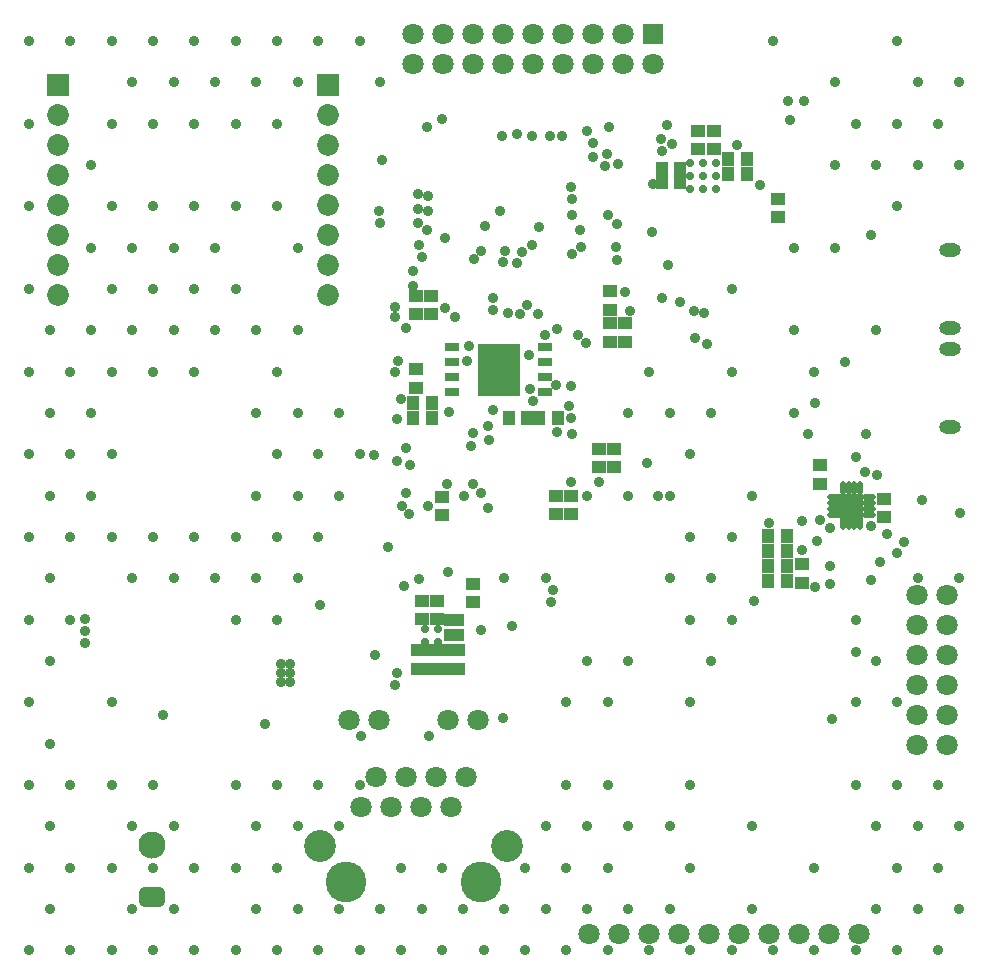
<source format=gbs>
G04*
G04 #@! TF.GenerationSoftware,Altium Limited,Altium Designer,19.1.7 (138)*
G04*
G04 Layer_Color=16711935*
%FSLAX42Y42*%
%MOMM*%
G71*
G01*
G75*
%ADD99R,1.17X1.00*%
%ADD100R,1.00X1.17*%
%ADD105C,1.80*%
%ADD106R,1.80X1.80*%
%ADD107O,1.86X1.16*%
%ADD108C,2.70*%
%ADD109C,3.45*%
G04:AMPARAMS|DCode=110|XSize=1.7mm|YSize=2.2mm|CornerRadius=0.48mm|HoleSize=0mm|Usage=FLASHONLY|Rotation=270.000|XOffset=0mm|YOffset=0mm|HoleType=Round|Shape=RoundedRectangle|*
%AMROUNDEDRECTD110*
21,1,1.70,1.25,0,0,270.0*
21,1,0.75,2.20,0,0,270.0*
1,1,0.95,-0.63,-0.38*
1,1,0.95,-0.63,0.38*
1,1,0.95,0.63,0.38*
1,1,0.95,0.63,-0.38*
%
%ADD110ROUNDEDRECTD110*%
%ADD111C,2.30*%
%ADD112C,1.85*%
%ADD113R,1.85X1.85*%
%ADD114C,0.90*%
%ADD115C,0.70*%
%ADD136R,2.01X2.01*%
%ADD137O,1.16X0.51*%
%ADD138O,0.51X1.16*%
%ADD139R,1.25X0.65*%
%ADD140R,3.60X4.50*%
%ADD141R,1.70X1.00*%
D99*
X11684Y10592D02*
D03*
Y10434D02*
D03*
X11570Y10592D02*
D03*
Y10434D02*
D03*
X11341Y10592D02*
D03*
Y10434D02*
D03*
X11455Y10592D02*
D03*
Y10434D02*
D03*
X11379Y11011D02*
D03*
Y10853D02*
D03*
X11506Y11011D02*
D03*
Y10853D02*
D03*
X11328Y13434D02*
D03*
Y13592D02*
D03*
Y12969D02*
D03*
Y12812D02*
D03*
X11544Y11890D02*
D03*
Y11732D02*
D03*
X12878Y12139D02*
D03*
Y12296D02*
D03*
X12967Y13630D02*
D03*
Y13472D02*
D03*
X12636Y11900D02*
D03*
Y11742D02*
D03*
X12510Y11900D02*
D03*
Y11742D02*
D03*
X13094Y13363D02*
D03*
Y13205D02*
D03*
X12967Y13363D02*
D03*
Y13205D02*
D03*
X13714Y14989D02*
D03*
Y14831D02*
D03*
X13849Y14989D02*
D03*
Y14831D02*
D03*
X15291Y11717D02*
D03*
Y11875D02*
D03*
X14750Y12159D02*
D03*
Y12001D02*
D03*
X14592Y11161D02*
D03*
Y11318D02*
D03*
X11811Y11153D02*
D03*
Y10996D02*
D03*
X14389Y14257D02*
D03*
Y14415D02*
D03*
X11455Y13434D02*
D03*
Y13592D02*
D03*
X13005Y12139D02*
D03*
Y12296D02*
D03*
D100*
X14310Y11176D02*
D03*
X14468D02*
D03*
X14310Y11303D02*
D03*
X14468D02*
D03*
X14310Y11430D02*
D03*
X14468D02*
D03*
X14310Y11557D02*
D03*
X14468D02*
D03*
X12529Y12560D02*
D03*
X12371D02*
D03*
X12111D02*
D03*
X12269D02*
D03*
X11303Y12687D02*
D03*
X11461D02*
D03*
X11303Y12560D02*
D03*
X11461D02*
D03*
X13410Y14554D02*
D03*
X13567D02*
D03*
X13410Y14668D02*
D03*
X13567D02*
D03*
X14128Y14752D02*
D03*
X13970D02*
D03*
X14130Y14624D02*
D03*
X13972D02*
D03*
D105*
X11303Y15557D02*
D03*
Y15812D02*
D03*
X11557Y15557D02*
D03*
Y15812D02*
D03*
X11811Y15557D02*
D03*
Y15812D02*
D03*
X12065Y15557D02*
D03*
Y15812D02*
D03*
X12319Y15557D02*
D03*
Y15812D02*
D03*
X12573Y15557D02*
D03*
Y15812D02*
D03*
X12827Y15557D02*
D03*
Y15812D02*
D03*
X13081Y15557D02*
D03*
Y15812D02*
D03*
X13335Y15557D02*
D03*
X15824Y11062D02*
D03*
Y10808D02*
D03*
Y10554D02*
D03*
Y10300D02*
D03*
Y10046D02*
D03*
X15570Y11062D02*
D03*
Y10808D02*
D03*
Y10554D02*
D03*
Y10300D02*
D03*
Y10046D02*
D03*
X15824Y9792D02*
D03*
X15570D02*
D03*
X12789Y8192D02*
D03*
X13043D02*
D03*
X15075D02*
D03*
X14821D02*
D03*
X14567D02*
D03*
X14313D02*
D03*
X14059D02*
D03*
X13805D02*
D03*
X13551D02*
D03*
X13297D02*
D03*
X11600Y10000D02*
D03*
X11015D02*
D03*
X10761D02*
D03*
X11854D02*
D03*
X10863Y9263D02*
D03*
X11117D02*
D03*
X11371D02*
D03*
X11625D02*
D03*
X10990Y9517D02*
D03*
X11244D02*
D03*
X11498D02*
D03*
X11752D02*
D03*
D106*
X13335Y15812D02*
D03*
D107*
X15847Y13141D02*
D03*
Y12481D02*
D03*
X15848Y13978D02*
D03*
Y13318D02*
D03*
D108*
X10518Y8933D02*
D03*
X12097D02*
D03*
D109*
X10736Y8628D02*
D03*
X11879D02*
D03*
D110*
X9089Y8506D02*
D03*
D111*
Y8946D02*
D03*
D112*
X8297Y13598D02*
D03*
Y14106D02*
D03*
Y14360D02*
D03*
Y14614D02*
D03*
Y14868D02*
D03*
Y15122D02*
D03*
Y13852D02*
D03*
X10583D02*
D03*
Y15122D02*
D03*
Y14868D02*
D03*
Y14614D02*
D03*
Y14360D02*
D03*
Y14106D02*
D03*
Y13598D02*
D03*
D113*
X8297Y15376D02*
D03*
X10583D02*
D03*
D114*
X15925Y15400D02*
D03*
X15750Y15050D02*
D03*
X15925Y14700D02*
D03*
Y11200D02*
D03*
X15750Y9450D02*
D03*
X15925Y9100D02*
D03*
X15750Y8750D02*
D03*
X15925Y8400D02*
D03*
X15750Y8050D02*
D03*
X15400Y15750D02*
D03*
X15575Y15400D02*
D03*
X15400Y15050D02*
D03*
X15575Y14700D02*
D03*
X15400Y14350D02*
D03*
X15575Y11200D02*
D03*
X15400Y10150D02*
D03*
Y9450D02*
D03*
X15575Y9100D02*
D03*
X15400Y8750D02*
D03*
X15575Y8400D02*
D03*
X15400Y8050D02*
D03*
X15050Y15050D02*
D03*
X15225Y14700D02*
D03*
Y13300D02*
D03*
X15050Y10850D02*
D03*
X15225Y10500D02*
D03*
X15050Y10150D02*
D03*
Y9450D02*
D03*
X15225Y9100D02*
D03*
Y8400D02*
D03*
X15050Y8050D02*
D03*
X14875Y15400D02*
D03*
Y14700D02*
D03*
Y14000D02*
D03*
X14700Y12950D02*
D03*
Y8750D02*
D03*
Y8050D02*
D03*
X14350Y15750D02*
D03*
X14525Y14000D02*
D03*
Y13300D02*
D03*
Y12600D02*
D03*
X14350Y8050D02*
D03*
X14000Y13650D02*
D03*
Y12950D02*
D03*
X14175Y11900D02*
D03*
X14000Y11550D02*
D03*
Y10850D02*
D03*
X14175Y9100D02*
D03*
Y8400D02*
D03*
X14000Y8050D02*
D03*
X13825Y12600D02*
D03*
X13650Y12250D02*
D03*
Y11550D02*
D03*
X13825Y11200D02*
D03*
X13650Y10850D02*
D03*
X13825Y10500D02*
D03*
X13650Y10150D02*
D03*
Y9450D02*
D03*
Y8750D02*
D03*
Y8050D02*
D03*
X13300Y12950D02*
D03*
X13475Y12600D02*
D03*
Y11900D02*
D03*
Y11200D02*
D03*
Y9100D02*
D03*
Y8400D02*
D03*
X13300Y8050D02*
D03*
X13125Y12600D02*
D03*
Y11900D02*
D03*
Y10500D02*
D03*
X12950Y10150D02*
D03*
Y9450D02*
D03*
X13125Y9100D02*
D03*
X12950Y8750D02*
D03*
X13125Y8400D02*
D03*
X12950Y8050D02*
D03*
X12775Y11900D02*
D03*
Y10500D02*
D03*
X12600Y10150D02*
D03*
Y9450D02*
D03*
X12775Y9100D02*
D03*
X12600Y8750D02*
D03*
X12775Y8400D02*
D03*
X12600Y8050D02*
D03*
X12425Y11200D02*
D03*
Y9100D02*
D03*
X12250Y8750D02*
D03*
X12425Y8400D02*
D03*
X12250Y8050D02*
D03*
X12075Y11200D02*
D03*
Y8400D02*
D03*
X11900Y8050D02*
D03*
X11550Y8750D02*
D03*
X11725Y8400D02*
D03*
X11550Y8050D02*
D03*
X11200Y8750D02*
D03*
X11375Y8400D02*
D03*
X11200Y8050D02*
D03*
X10850Y15750D02*
D03*
X11025Y15400D02*
D03*
X10850Y12250D02*
D03*
Y9450D02*
D03*
X11025Y8400D02*
D03*
X10850Y8050D02*
D03*
X10500Y15750D02*
D03*
X10675Y12600D02*
D03*
X10500Y12250D02*
D03*
X10675Y11900D02*
D03*
X10500Y11550D02*
D03*
Y9450D02*
D03*
X10675Y9100D02*
D03*
Y8400D02*
D03*
X10500Y8050D02*
D03*
X10150Y15750D02*
D03*
X10325Y15400D02*
D03*
X10150Y15050D02*
D03*
Y14350D02*
D03*
X10325Y14000D02*
D03*
Y13300D02*
D03*
X10150Y12950D02*
D03*
X10325Y12600D02*
D03*
X10150Y12250D02*
D03*
X10325Y11900D02*
D03*
X10150Y11550D02*
D03*
X10325Y11200D02*
D03*
X10150Y10850D02*
D03*
Y9450D02*
D03*
X10325Y9100D02*
D03*
X10150Y8750D02*
D03*
X10325Y8400D02*
D03*
X10150Y8050D02*
D03*
X9800Y15750D02*
D03*
X9975Y15400D02*
D03*
X9800Y15050D02*
D03*
Y14350D02*
D03*
Y13650D02*
D03*
X9975Y13300D02*
D03*
Y12600D02*
D03*
Y11900D02*
D03*
X9800Y11550D02*
D03*
X9975Y11200D02*
D03*
X9800Y10850D02*
D03*
Y9450D02*
D03*
X9975Y9100D02*
D03*
X9800Y8750D02*
D03*
X9975Y8400D02*
D03*
X9800Y8050D02*
D03*
X9450Y15750D02*
D03*
X9625Y15400D02*
D03*
X9450Y15050D02*
D03*
Y14350D02*
D03*
X9625Y14000D02*
D03*
X9450Y13650D02*
D03*
X9625Y13300D02*
D03*
X9450Y12950D02*
D03*
Y11550D02*
D03*
X9625Y11200D02*
D03*
X9450Y8750D02*
D03*
Y8050D02*
D03*
X9100Y15750D02*
D03*
X9275Y15400D02*
D03*
X9100Y15050D02*
D03*
Y14350D02*
D03*
X9275Y14000D02*
D03*
X9100Y13650D02*
D03*
X9275Y13300D02*
D03*
X9100Y12950D02*
D03*
Y11550D02*
D03*
X9275Y11200D02*
D03*
X9100Y9450D02*
D03*
X9275Y9100D02*
D03*
X9100Y8750D02*
D03*
X9275Y8400D02*
D03*
X9100Y8050D02*
D03*
X8750Y15750D02*
D03*
X8925Y15400D02*
D03*
X8750Y15050D02*
D03*
Y14350D02*
D03*
X8925Y14000D02*
D03*
X8750Y13650D02*
D03*
X8925Y13300D02*
D03*
X8750Y12950D02*
D03*
Y12250D02*
D03*
Y11550D02*
D03*
X8925Y11200D02*
D03*
X8750Y10150D02*
D03*
Y9450D02*
D03*
X8925Y9100D02*
D03*
X8750Y8750D02*
D03*
X8925Y8400D02*
D03*
X8750Y8050D02*
D03*
X8400Y15750D02*
D03*
X8575Y14700D02*
D03*
Y14000D02*
D03*
Y13300D02*
D03*
X8400Y12950D02*
D03*
X8575Y12600D02*
D03*
X8400Y12250D02*
D03*
X8575Y11900D02*
D03*
X8400Y11550D02*
D03*
Y10850D02*
D03*
Y9450D02*
D03*
Y8750D02*
D03*
Y8050D02*
D03*
X8050Y15750D02*
D03*
Y15050D02*
D03*
Y14350D02*
D03*
Y13650D02*
D03*
X8225Y13300D02*
D03*
X8050Y12950D02*
D03*
X8225Y12600D02*
D03*
X8050Y12250D02*
D03*
X8225Y11900D02*
D03*
X8050Y11550D02*
D03*
X8225Y11200D02*
D03*
X8050Y10850D02*
D03*
X8225Y10500D02*
D03*
X8050Y10150D02*
D03*
X8225Y9800D02*
D03*
X8050Y9450D02*
D03*
X8225Y9100D02*
D03*
X8050Y8750D02*
D03*
X8225Y8400D02*
D03*
X8050Y8050D02*
D03*
X11087Y11468D02*
D03*
X12650Y12420D02*
D03*
X11790Y12320D02*
D03*
X11980Y13570D02*
D03*
Y13470D02*
D03*
X13136Y13467D02*
D03*
X12520Y12440D02*
D03*
X11940Y12490D02*
D03*
X12624Y12662D02*
D03*
X14480Y15240D02*
D03*
X14613Y15239D02*
D03*
X14491Y15080D02*
D03*
X10980Y10553D02*
D03*
X13414Y13577D02*
D03*
X14044Y14865D02*
D03*
X13788Y13182D02*
D03*
X12470Y10997D02*
D03*
X12226Y13963D02*
D03*
X12312Y14018D02*
D03*
X11950Y12373D02*
D03*
X11275Y12157D02*
D03*
X11024Y14205D02*
D03*
X11773Y13163D02*
D03*
X13098Y13620D02*
D03*
X11594Y11996D02*
D03*
X15127Y12101D02*
D03*
X15228Y12072D02*
D03*
X15177Y11183D02*
D03*
X14835Y11627D02*
D03*
X15254Y11335D02*
D03*
X15400Y11417D02*
D03*
X15317Y11576D02*
D03*
X14746Y11691D02*
D03*
X15456Y11506D02*
D03*
X13408Y14816D02*
D03*
X13494Y14875D02*
D03*
X13034Y14710D02*
D03*
X12929Y14694D02*
D03*
X11881Y10763D02*
D03*
X11350Y11190D02*
D03*
X12965Y15025D02*
D03*
X12776Y14986D02*
D03*
X15055Y12225D02*
D03*
X14237Y14529D02*
D03*
X10975Y12245D02*
D03*
X11303Y13805D02*
D03*
X11239Y13322D02*
D03*
X12636Y12560D02*
D03*
X12370Y14173D02*
D03*
X14846Y10008D02*
D03*
X13462Y13856D02*
D03*
X10262Y10325D02*
D03*
X10185D02*
D03*
X10262Y10401D02*
D03*
X10185D02*
D03*
X10262Y10478D02*
D03*
X10185D02*
D03*
X10046Y9969D02*
D03*
X14834Y11303D02*
D03*
Y11151D02*
D03*
X14707Y11125D02*
D03*
X15930Y11757D02*
D03*
X11570Y14084D02*
D03*
X11379Y13919D02*
D03*
X11151Y13500D02*
D03*
X11570Y13487D02*
D03*
X13322Y14135D02*
D03*
X11354Y14021D02*
D03*
X11303Y13678D02*
D03*
X13030Y14199D02*
D03*
X11149Y12949D02*
D03*
X11976Y12624D02*
D03*
X8522Y10757D02*
D03*
Y10655D02*
D03*
X12636Y12827D02*
D03*
X12319Y12700D02*
D03*
X12421Y13259D02*
D03*
X12649Y13945D02*
D03*
X12522Y13310D02*
D03*
X11735Y11900D02*
D03*
X11227Y11138D02*
D03*
X14719Y11519D02*
D03*
X14592Y11684D02*
D03*
Y11443D02*
D03*
X11875Y11925D02*
D03*
X11811Y12001D02*
D03*
X11938Y11798D02*
D03*
X11595Y11252D02*
D03*
X10516Y10973D02*
D03*
X11436Y9862D02*
D03*
X12065Y10020D02*
D03*
X10858Y9868D02*
D03*
X12510Y12840D02*
D03*
X13335Y14541D02*
D03*
X8522Y10858D02*
D03*
X11163Y10401D02*
D03*
X11151Y10300D02*
D03*
X11265Y11747D02*
D03*
X11239Y11925D02*
D03*
X9182Y10046D02*
D03*
X11239Y12306D02*
D03*
X11163Y12192D02*
D03*
X11213Y11816D02*
D03*
X11430Y11811D02*
D03*
X14643Y12421D02*
D03*
X13030Y13894D02*
D03*
X13691Y13233D02*
D03*
X13564Y13538D02*
D03*
X11163Y12548D02*
D03*
X11200Y12722D02*
D03*
X11176Y13043D02*
D03*
X11151Y13411D02*
D03*
X11341Y14326D02*
D03*
X12878Y12014D02*
D03*
X12636D02*
D03*
X14961Y13030D02*
D03*
X14707Y12687D02*
D03*
X15176Y14110D02*
D03*
X15608Y11862D02*
D03*
X12954Y14275D02*
D03*
X15138Y12421D02*
D03*
X13678Y13462D02*
D03*
X13767Y13449D02*
D03*
X13399Y14923D02*
D03*
X15176Y11646D02*
D03*
X15049Y10579D02*
D03*
X14313Y11671D02*
D03*
X14186Y11011D02*
D03*
X11036Y14745D02*
D03*
X11011Y14313D02*
D03*
X12306Y14948D02*
D03*
X13018Y14008D02*
D03*
X12725D02*
D03*
X12649Y14275D02*
D03*
X12713Y14148D02*
D03*
X12649Y14415D02*
D03*
X12636Y14516D02*
D03*
X12078Y13970D02*
D03*
X11760Y13043D02*
D03*
X11417Y14148D02*
D03*
X12357Y13437D02*
D03*
X12205D02*
D03*
X12103Y13449D02*
D03*
X12281Y13091D02*
D03*
X11430Y14440D02*
D03*
X11341Y14453D02*
D03*
X11430Y14313D02*
D03*
X11913Y14186D02*
D03*
X12179Y13868D02*
D03*
X12065Y13881D02*
D03*
X11341Y14211D02*
D03*
X12268Y13513D02*
D03*
X11659Y13411D02*
D03*
X11817Y13900D02*
D03*
X12294Y12802D02*
D03*
X12941Y14796D02*
D03*
X12827Y14770D02*
D03*
X11875Y13970D02*
D03*
X12827Y14884D02*
D03*
X13449Y15037D02*
D03*
X11811Y12433D02*
D03*
X12567Y14942D02*
D03*
X12040Y14313D02*
D03*
X12459Y14948D02*
D03*
X12179Y14961D02*
D03*
X12052Y14948D02*
D03*
X12700Y13259D02*
D03*
X12764Y13195D02*
D03*
X11417Y15024D02*
D03*
X11544Y15088D02*
D03*
X11608Y12611D02*
D03*
X13373Y11900D02*
D03*
X13284Y12179D02*
D03*
X12141Y10795D02*
D03*
X12484Y11100D02*
D03*
D115*
X13645Y14715D02*
D03*
X13755D02*
D03*
X13865D02*
D03*
X13645Y14605D02*
D03*
X13755D02*
D03*
X13865D02*
D03*
X13645Y14495D02*
D03*
X13755D02*
D03*
X13865D02*
D03*
X11400Y10664D02*
D03*
Y10774D02*
D03*
X11510Y10664D02*
D03*
Y10774D02*
D03*
X14960Y11871D02*
D03*
Y11761D02*
D03*
X15071Y11871D02*
D03*
Y11761D02*
D03*
X11927Y12817D02*
D03*
X12027D02*
D03*
X12127D02*
D03*
X11927Y12917D02*
D03*
X12027D02*
D03*
X12127D02*
D03*
X11927Y13017D02*
D03*
X12027D02*
D03*
X12127D02*
D03*
X11927Y13117D02*
D03*
X12027D02*
D03*
X12127D02*
D03*
D136*
X15015Y11815D02*
D03*
D137*
X15165Y11740D02*
D03*
Y11790D02*
D03*
Y11840D02*
D03*
Y11890D02*
D03*
X14865D02*
D03*
Y11840D02*
D03*
Y11790D02*
D03*
Y11740D02*
D03*
D138*
X15090Y11965D02*
D03*
X15040D02*
D03*
X14990D02*
D03*
X14940D02*
D03*
Y11665D02*
D03*
X14990D02*
D03*
X15040D02*
D03*
X15090D02*
D03*
D139*
X11635Y12776D02*
D03*
Y12903D02*
D03*
Y13030D02*
D03*
Y13157D02*
D03*
X12419Y12776D02*
D03*
Y12903D02*
D03*
Y13030D02*
D03*
Y13157D02*
D03*
D140*
X12027Y12967D02*
D03*
D141*
X11646Y10847D02*
D03*
Y10717D02*
D03*
M02*

</source>
